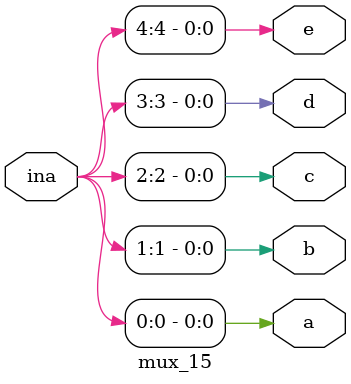
<source format=v>
module mux_15(
	input [4:0] ina,
	output a,
	output b,
	output c,
	output d,
	output e
	);
	assign {e,d,c,b,a} = ina;
endmodule
</source>
